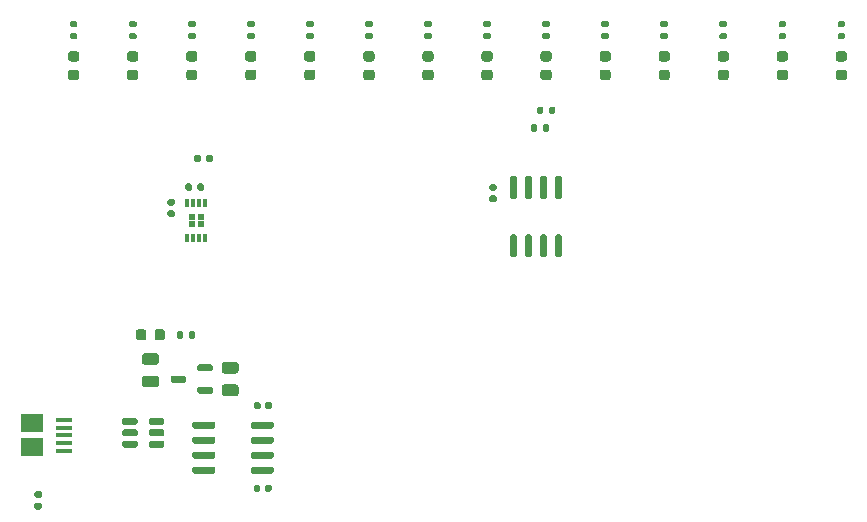
<source format=gtp>
G04 #@! TF.GenerationSoftware,KiCad,Pcbnew,7.0.8-7.0.8~ubuntu23.04.1*
G04 #@! TF.CreationDate,2023-11-21T11:50:35+00:00*
G04 #@! TF.ProjectId,baggerdails,62616767-6572-4646-9169-6c732e6b6963,rev?*
G04 #@! TF.SameCoordinates,Original*
G04 #@! TF.FileFunction,Paste,Top*
G04 #@! TF.FilePolarity,Positive*
%FSLAX46Y46*%
G04 Gerber Fmt 4.6, Leading zero omitted, Abs format (unit mm)*
G04 Created by KiCad (PCBNEW 7.0.8-7.0.8~ubuntu23.04.1) date 2023-11-21 11:50:35*
%MOMM*%
%LPD*%
G01*
G04 APERTURE LIST*
%ADD10R,0.600000X0.500000*%
%ADD11R,0.300000X0.750000*%
%ADD12R,1.350000X0.400000*%
%ADD13R,1.900000X1.500000*%
G04 APERTURE END LIST*
G36*
G01*
X111800000Y-83050000D02*
X111800000Y-83350000D01*
G75*
G02*
X111650000Y-83500000I-150000J0D01*
G01*
X110625000Y-83500000D01*
G75*
G02*
X110475000Y-83350000I0J150000D01*
G01*
X110475000Y-83050000D01*
G75*
G02*
X110625000Y-82900000I150000J0D01*
G01*
X111650000Y-82900000D01*
G75*
G02*
X111800000Y-83050000I0J-150000D01*
G01*
G37*
G36*
G01*
X111800000Y-81150000D02*
X111800000Y-81450000D01*
G75*
G02*
X111650000Y-81600000I-150000J0D01*
G01*
X110625000Y-81600000D01*
G75*
G02*
X110475000Y-81450000I0J150000D01*
G01*
X110475000Y-81150000D01*
G75*
G02*
X110625000Y-81000000I150000J0D01*
G01*
X111650000Y-81000000D01*
G75*
G02*
X111800000Y-81150000I0J-150000D01*
G01*
G37*
G36*
G01*
X109525000Y-82100000D02*
X109525000Y-82400000D01*
G75*
G02*
X109375000Y-82550000I-150000J0D01*
G01*
X108350000Y-82550000D01*
G75*
G02*
X108200000Y-82400000I0J150000D01*
G01*
X108200000Y-82100000D01*
G75*
G02*
X108350000Y-81950000I150000J0D01*
G01*
X109375000Y-81950000D01*
G75*
G02*
X109525000Y-82100000I0J-150000D01*
G01*
G37*
G36*
G01*
X96827500Y-91735000D02*
X97172500Y-91735000D01*
G75*
G02*
X97320000Y-91882500I0J-147500D01*
G01*
X97320000Y-92177500D01*
G75*
G02*
X97172500Y-92325000I-147500J0D01*
G01*
X96827500Y-92325000D01*
G75*
G02*
X96680000Y-92177500I0J147500D01*
G01*
X96680000Y-91882500D01*
G75*
G02*
X96827500Y-91735000I147500J0D01*
G01*
G37*
G36*
G01*
X96827500Y-92705000D02*
X97172500Y-92705000D01*
G75*
G02*
X97320000Y-92852500I0J-147500D01*
G01*
X97320000Y-93147500D01*
G75*
G02*
X97172500Y-93295000I-147500J0D01*
G01*
X96827500Y-93295000D01*
G75*
G02*
X96680000Y-93147500I0J147500D01*
G01*
X96680000Y-92852500D01*
G75*
G02*
X96827500Y-92705000I147500J0D01*
G01*
G37*
G36*
G01*
X120256250Y-56937500D02*
X119743750Y-56937500D01*
G75*
G02*
X119525000Y-56718750I0J218750D01*
G01*
X119525000Y-56281250D01*
G75*
G02*
X119743750Y-56062500I218750J0D01*
G01*
X120256250Y-56062500D01*
G75*
G02*
X120475000Y-56281250I0J-218750D01*
G01*
X120475000Y-56718750D01*
G75*
G02*
X120256250Y-56937500I-218750J0D01*
G01*
G37*
G36*
G01*
X120256250Y-55362500D02*
X119743750Y-55362500D01*
G75*
G02*
X119525000Y-55143750I0J218750D01*
G01*
X119525000Y-54706250D01*
G75*
G02*
X119743750Y-54487500I218750J0D01*
G01*
X120256250Y-54487500D01*
G75*
G02*
X120475000Y-54706250I0J-218750D01*
G01*
X120475000Y-55143750D01*
G75*
G02*
X120256250Y-55362500I-218750J0D01*
G01*
G37*
G36*
G01*
X160256250Y-56937500D02*
X159743750Y-56937500D01*
G75*
G02*
X159525000Y-56718750I0J218750D01*
G01*
X159525000Y-56281250D01*
G75*
G02*
X159743750Y-56062500I218750J0D01*
G01*
X160256250Y-56062500D01*
G75*
G02*
X160475000Y-56281250I0J-218750D01*
G01*
X160475000Y-56718750D01*
G75*
G02*
X160256250Y-56937500I-218750J0D01*
G01*
G37*
G36*
G01*
X160256250Y-55362500D02*
X159743750Y-55362500D01*
G75*
G02*
X159525000Y-55143750I0J218750D01*
G01*
X159525000Y-54706250D01*
G75*
G02*
X159743750Y-54487500I218750J0D01*
G01*
X160256250Y-54487500D01*
G75*
G02*
X160475000Y-54706250I0J-218750D01*
G01*
X160475000Y-55143750D01*
G75*
G02*
X160256250Y-55362500I-218750J0D01*
G01*
G37*
G36*
G01*
X108080000Y-67010000D02*
X108420000Y-67010000D01*
G75*
G02*
X108560000Y-67150000I0J-140000D01*
G01*
X108560000Y-67430000D01*
G75*
G02*
X108420000Y-67570000I-140000J0D01*
G01*
X108080000Y-67570000D01*
G75*
G02*
X107940000Y-67430000I0J140000D01*
G01*
X107940000Y-67150000D01*
G75*
G02*
X108080000Y-67010000I140000J0D01*
G01*
G37*
G36*
G01*
X108080000Y-67970000D02*
X108420000Y-67970000D01*
G75*
G02*
X108560000Y-68110000I0J-140000D01*
G01*
X108560000Y-68390000D01*
G75*
G02*
X108420000Y-68530000I-140000J0D01*
G01*
X108080000Y-68530000D01*
G75*
G02*
X107940000Y-68390000I0J140000D01*
G01*
X107940000Y-68110000D01*
G75*
G02*
X108080000Y-67970000I140000J0D01*
G01*
G37*
G36*
G01*
X138720000Y-61185000D02*
X138720000Y-60815000D01*
G75*
G02*
X138855000Y-60680000I135000J0D01*
G01*
X139125000Y-60680000D01*
G75*
G02*
X139260000Y-60815000I0J-135000D01*
G01*
X139260000Y-61185000D01*
G75*
G02*
X139125000Y-61320000I-135000J0D01*
G01*
X138855000Y-61320000D01*
G75*
G02*
X138720000Y-61185000I0J135000D01*
G01*
G37*
G36*
G01*
X139740000Y-61185000D02*
X139740000Y-60815000D01*
G75*
G02*
X139875000Y-60680000I135000J0D01*
G01*
X140145000Y-60680000D01*
G75*
G02*
X140280000Y-60815000I0J-135000D01*
G01*
X140280000Y-61185000D01*
G75*
G02*
X140145000Y-61320000I-135000J0D01*
G01*
X139875000Y-61320000D01*
G75*
G02*
X139740000Y-61185000I0J135000D01*
G01*
G37*
G36*
G01*
X149815000Y-51922500D02*
X150185000Y-51922500D01*
G75*
G02*
X150320000Y-52057500I0J-135000D01*
G01*
X150320000Y-52327500D01*
G75*
G02*
X150185000Y-52462500I-135000J0D01*
G01*
X149815000Y-52462500D01*
G75*
G02*
X149680000Y-52327500I0J135000D01*
G01*
X149680000Y-52057500D01*
G75*
G02*
X149815000Y-51922500I135000J0D01*
G01*
G37*
G36*
G01*
X149815000Y-52942500D02*
X150185000Y-52942500D01*
G75*
G02*
X150320000Y-53077500I0J-135000D01*
G01*
X150320000Y-53347500D01*
G75*
G02*
X150185000Y-53482500I-135000J0D01*
G01*
X149815000Y-53482500D01*
G75*
G02*
X149680000Y-53347500I0J135000D01*
G01*
X149680000Y-53077500D01*
G75*
G02*
X149815000Y-52942500I135000J0D01*
G01*
G37*
G36*
G01*
X100256250Y-56937500D02*
X99743750Y-56937500D01*
G75*
G02*
X99525000Y-56718750I0J218750D01*
G01*
X99525000Y-56281250D01*
G75*
G02*
X99743750Y-56062500I218750J0D01*
G01*
X100256250Y-56062500D01*
G75*
G02*
X100475000Y-56281250I0J-218750D01*
G01*
X100475000Y-56718750D01*
G75*
G02*
X100256250Y-56937500I-218750J0D01*
G01*
G37*
G36*
G01*
X100256250Y-55362500D02*
X99743750Y-55362500D01*
G75*
G02*
X99525000Y-55143750I0J218750D01*
G01*
X99525000Y-54706250D01*
G75*
G02*
X99743750Y-54487500I218750J0D01*
G01*
X100256250Y-54487500D01*
G75*
G02*
X100475000Y-54706250I0J-218750D01*
G01*
X100475000Y-55143750D01*
G75*
G02*
X100256250Y-55362500I-218750J0D01*
G01*
G37*
G36*
G01*
X113725000Y-83700000D02*
X112775000Y-83700000D01*
G75*
G02*
X112525000Y-83450000I0J250000D01*
G01*
X112525000Y-82950000D01*
G75*
G02*
X112775000Y-82700000I250000J0D01*
G01*
X113725000Y-82700000D01*
G75*
G02*
X113975000Y-82950000I0J-250000D01*
G01*
X113975000Y-83450000D01*
G75*
G02*
X113725000Y-83700000I-250000J0D01*
G01*
G37*
G36*
G01*
X113725000Y-81800000D02*
X112775000Y-81800000D01*
G75*
G02*
X112525000Y-81550000I0J250000D01*
G01*
X112525000Y-81050000D01*
G75*
G02*
X112775000Y-80800000I250000J0D01*
G01*
X113725000Y-80800000D01*
G75*
G02*
X113975000Y-81050000I0J-250000D01*
G01*
X113975000Y-81550000D01*
G75*
G02*
X113725000Y-81800000I-250000J0D01*
G01*
G37*
G36*
G01*
X144815000Y-51922500D02*
X145185000Y-51922500D01*
G75*
G02*
X145320000Y-52057500I0J-135000D01*
G01*
X145320000Y-52327500D01*
G75*
G02*
X145185000Y-52462500I-135000J0D01*
G01*
X144815000Y-52462500D01*
G75*
G02*
X144680000Y-52327500I0J135000D01*
G01*
X144680000Y-52057500D01*
G75*
G02*
X144815000Y-51922500I135000J0D01*
G01*
G37*
G36*
G01*
X144815000Y-52942500D02*
X145185000Y-52942500D01*
G75*
G02*
X145320000Y-53077500I0J-135000D01*
G01*
X145320000Y-53347500D01*
G75*
G02*
X145185000Y-53482500I-135000J0D01*
G01*
X144815000Y-53482500D01*
G75*
G02*
X144680000Y-53347500I0J135000D01*
G01*
X144680000Y-53077500D01*
G75*
G02*
X144815000Y-52942500I135000J0D01*
G01*
G37*
G36*
G01*
X159815000Y-51922500D02*
X160185000Y-51922500D01*
G75*
G02*
X160320000Y-52057500I0J-135000D01*
G01*
X160320000Y-52327500D01*
G75*
G02*
X160185000Y-52462500I-135000J0D01*
G01*
X159815000Y-52462500D01*
G75*
G02*
X159680000Y-52327500I0J135000D01*
G01*
X159680000Y-52057500D01*
G75*
G02*
X159815000Y-51922500I135000J0D01*
G01*
G37*
G36*
G01*
X159815000Y-52942500D02*
X160185000Y-52942500D01*
G75*
G02*
X160320000Y-53077500I0J-135000D01*
G01*
X160320000Y-53347500D01*
G75*
G02*
X160185000Y-53482500I-135000J0D01*
G01*
X159815000Y-53482500D01*
G75*
G02*
X159680000Y-53347500I0J135000D01*
G01*
X159680000Y-53077500D01*
G75*
G02*
X159815000Y-52942500I135000J0D01*
G01*
G37*
G36*
G01*
X116780000Y-84330000D02*
X116780000Y-84670000D01*
G75*
G02*
X116640000Y-84810000I-140000J0D01*
G01*
X116360000Y-84810000D01*
G75*
G02*
X116220000Y-84670000I0J140000D01*
G01*
X116220000Y-84330000D01*
G75*
G02*
X116360000Y-84190000I140000J0D01*
G01*
X116640000Y-84190000D01*
G75*
G02*
X116780000Y-84330000I0J-140000D01*
G01*
G37*
G36*
G01*
X115820000Y-84330000D02*
X115820000Y-84670000D01*
G75*
G02*
X115680000Y-84810000I-140000J0D01*
G01*
X115400000Y-84810000D01*
G75*
G02*
X115260000Y-84670000I0J140000D01*
G01*
X115260000Y-84330000D01*
G75*
G02*
X115400000Y-84190000I140000J0D01*
G01*
X115680000Y-84190000D01*
G75*
G02*
X115820000Y-84330000I0J-140000D01*
G01*
G37*
G36*
G01*
X135256250Y-56937500D02*
X134743750Y-56937500D01*
G75*
G02*
X134525000Y-56718750I0J218750D01*
G01*
X134525000Y-56281250D01*
G75*
G02*
X134743750Y-56062500I218750J0D01*
G01*
X135256250Y-56062500D01*
G75*
G02*
X135475000Y-56281250I0J-218750D01*
G01*
X135475000Y-56718750D01*
G75*
G02*
X135256250Y-56937500I-218750J0D01*
G01*
G37*
G36*
G01*
X135256250Y-55362500D02*
X134743750Y-55362500D01*
G75*
G02*
X134525000Y-55143750I0J218750D01*
G01*
X134525000Y-54706250D01*
G75*
G02*
X134743750Y-54487500I218750J0D01*
G01*
X135256250Y-54487500D01*
G75*
G02*
X135475000Y-54706250I0J-218750D01*
G01*
X135475000Y-55143750D01*
G75*
G02*
X135256250Y-55362500I-218750J0D01*
G01*
G37*
G36*
G01*
X154815000Y-51922500D02*
X155185000Y-51922500D01*
G75*
G02*
X155320000Y-52057500I0J-135000D01*
G01*
X155320000Y-52327500D01*
G75*
G02*
X155185000Y-52462500I-135000J0D01*
G01*
X154815000Y-52462500D01*
G75*
G02*
X154680000Y-52327500I0J135000D01*
G01*
X154680000Y-52057500D01*
G75*
G02*
X154815000Y-51922500I135000J0D01*
G01*
G37*
G36*
G01*
X154815000Y-52942500D02*
X155185000Y-52942500D01*
G75*
G02*
X155320000Y-53077500I0J-135000D01*
G01*
X155320000Y-53347500D01*
G75*
G02*
X155185000Y-53482500I-135000J0D01*
G01*
X154815000Y-53482500D01*
G75*
G02*
X154680000Y-53347500I0J135000D01*
G01*
X154680000Y-53077500D01*
G75*
G02*
X154815000Y-52942500I135000J0D01*
G01*
G37*
G36*
G01*
X106975000Y-82950000D02*
X106025000Y-82950000D01*
G75*
G02*
X105775000Y-82700000I0J250000D01*
G01*
X105775000Y-82200000D01*
G75*
G02*
X106025000Y-81950000I250000J0D01*
G01*
X106975000Y-81950000D01*
G75*
G02*
X107225000Y-82200000I0J-250000D01*
G01*
X107225000Y-82700000D01*
G75*
G02*
X106975000Y-82950000I-250000J0D01*
G01*
G37*
G36*
G01*
X106975000Y-81050000D02*
X106025000Y-81050000D01*
G75*
G02*
X105775000Y-80800000I0J250000D01*
G01*
X105775000Y-80300000D01*
G75*
G02*
X106025000Y-80050000I250000J0D01*
G01*
X106975000Y-80050000D01*
G75*
G02*
X107225000Y-80300000I0J-250000D01*
G01*
X107225000Y-80800000D01*
G75*
G02*
X106975000Y-81050000I-250000J0D01*
G01*
G37*
G36*
G01*
X104815000Y-51922500D02*
X105185000Y-51922500D01*
G75*
G02*
X105320000Y-52057500I0J-135000D01*
G01*
X105320000Y-52327500D01*
G75*
G02*
X105185000Y-52462500I-135000J0D01*
G01*
X104815000Y-52462500D01*
G75*
G02*
X104680000Y-52327500I0J135000D01*
G01*
X104680000Y-52057500D01*
G75*
G02*
X104815000Y-51922500I135000J0D01*
G01*
G37*
G36*
G01*
X104815000Y-52942500D02*
X105185000Y-52942500D01*
G75*
G02*
X105320000Y-53077500I0J-135000D01*
G01*
X105320000Y-53347500D01*
G75*
G02*
X105185000Y-53482500I-135000J0D01*
G01*
X104815000Y-53482500D01*
G75*
G02*
X104680000Y-53347500I0J135000D01*
G01*
X104680000Y-53077500D01*
G75*
G02*
X104815000Y-52942500I135000J0D01*
G01*
G37*
G36*
G01*
X135330000Y-65740000D02*
X135670000Y-65740000D01*
G75*
G02*
X135810000Y-65880000I0J-140000D01*
G01*
X135810000Y-66160000D01*
G75*
G02*
X135670000Y-66300000I-140000J0D01*
G01*
X135330000Y-66300000D01*
G75*
G02*
X135190000Y-66160000I0J140000D01*
G01*
X135190000Y-65880000D01*
G75*
G02*
X135330000Y-65740000I140000J0D01*
G01*
G37*
G36*
G01*
X135330000Y-66700000D02*
X135670000Y-66700000D01*
G75*
G02*
X135810000Y-66840000I0J-140000D01*
G01*
X135810000Y-67120000D01*
G75*
G02*
X135670000Y-67260000I-140000J0D01*
G01*
X135330000Y-67260000D01*
G75*
G02*
X135190000Y-67120000I0J140000D01*
G01*
X135190000Y-66840000D01*
G75*
G02*
X135330000Y-66700000I140000J0D01*
G01*
G37*
G36*
G01*
X125256250Y-56937500D02*
X124743750Y-56937500D01*
G75*
G02*
X124525000Y-56718750I0J218750D01*
G01*
X124525000Y-56281250D01*
G75*
G02*
X124743750Y-56062500I218750J0D01*
G01*
X125256250Y-56062500D01*
G75*
G02*
X125475000Y-56281250I0J-218750D01*
G01*
X125475000Y-56718750D01*
G75*
G02*
X125256250Y-56937500I-218750J0D01*
G01*
G37*
G36*
G01*
X125256250Y-55362500D02*
X124743750Y-55362500D01*
G75*
G02*
X124525000Y-55143750I0J218750D01*
G01*
X124525000Y-54706250D01*
G75*
G02*
X124743750Y-54487500I218750J0D01*
G01*
X125256250Y-54487500D01*
G75*
G02*
X125475000Y-54706250I0J-218750D01*
G01*
X125475000Y-55143750D01*
G75*
G02*
X125256250Y-55362500I-218750J0D01*
G01*
G37*
G36*
G01*
X110220000Y-63755000D02*
X110220000Y-63385000D01*
G75*
G02*
X110355000Y-63250000I135000J0D01*
G01*
X110625000Y-63250000D01*
G75*
G02*
X110760000Y-63385000I0J-135000D01*
G01*
X110760000Y-63755000D01*
G75*
G02*
X110625000Y-63890000I-135000J0D01*
G01*
X110355000Y-63890000D01*
G75*
G02*
X110220000Y-63755000I0J135000D01*
G01*
G37*
G36*
G01*
X111240000Y-63755000D02*
X111240000Y-63385000D01*
G75*
G02*
X111375000Y-63250000I135000J0D01*
G01*
X111645000Y-63250000D01*
G75*
G02*
X111780000Y-63385000I0J-135000D01*
G01*
X111780000Y-63755000D01*
G75*
G02*
X111645000Y-63890000I-135000J0D01*
G01*
X111375000Y-63890000D01*
G75*
G02*
X111240000Y-63755000I0J135000D01*
G01*
G37*
G36*
G01*
X114815000Y-51922500D02*
X115185000Y-51922500D01*
G75*
G02*
X115320000Y-52057500I0J-135000D01*
G01*
X115320000Y-52327500D01*
G75*
G02*
X115185000Y-52462500I-135000J0D01*
G01*
X114815000Y-52462500D01*
G75*
G02*
X114680000Y-52327500I0J135000D01*
G01*
X114680000Y-52057500D01*
G75*
G02*
X114815000Y-51922500I135000J0D01*
G01*
G37*
G36*
G01*
X114815000Y-52942500D02*
X115185000Y-52942500D01*
G75*
G02*
X115320000Y-53077500I0J-135000D01*
G01*
X115320000Y-53347500D01*
G75*
G02*
X115185000Y-53482500I-135000J0D01*
G01*
X114815000Y-53482500D01*
G75*
G02*
X114680000Y-53347500I0J135000D01*
G01*
X114680000Y-53077500D01*
G75*
G02*
X114815000Y-52942500I135000J0D01*
G01*
G37*
G36*
G01*
X116760000Y-91330000D02*
X116760000Y-91670000D01*
G75*
G02*
X116620000Y-91810000I-140000J0D01*
G01*
X116340000Y-91810000D01*
G75*
G02*
X116200000Y-91670000I0J140000D01*
G01*
X116200000Y-91330000D01*
G75*
G02*
X116340000Y-91190000I140000J0D01*
G01*
X116620000Y-91190000D01*
G75*
G02*
X116760000Y-91330000I0J-140000D01*
G01*
G37*
G36*
G01*
X115800000Y-91330000D02*
X115800000Y-91670000D01*
G75*
G02*
X115660000Y-91810000I-140000J0D01*
G01*
X115380000Y-91810000D01*
G75*
G02*
X115240000Y-91670000I0J140000D01*
G01*
X115240000Y-91330000D01*
G75*
G02*
X115380000Y-91190000I140000J0D01*
G01*
X115660000Y-91190000D01*
G75*
G02*
X115800000Y-91330000I0J-140000D01*
G01*
G37*
G36*
G01*
X130256250Y-56937500D02*
X129743750Y-56937500D01*
G75*
G02*
X129525000Y-56718750I0J218750D01*
G01*
X129525000Y-56281250D01*
G75*
G02*
X129743750Y-56062500I218750J0D01*
G01*
X130256250Y-56062500D01*
G75*
G02*
X130475000Y-56281250I0J-218750D01*
G01*
X130475000Y-56718750D01*
G75*
G02*
X130256250Y-56937500I-218750J0D01*
G01*
G37*
G36*
G01*
X130256250Y-55362500D02*
X129743750Y-55362500D01*
G75*
G02*
X129525000Y-55143750I0J218750D01*
G01*
X129525000Y-54706250D01*
G75*
G02*
X129743750Y-54487500I218750J0D01*
G01*
X130256250Y-54487500D01*
G75*
G02*
X130475000Y-54706250I0J-218750D01*
G01*
X130475000Y-55143750D01*
G75*
G02*
X130256250Y-55362500I-218750J0D01*
G01*
G37*
G36*
G01*
X109460000Y-66185000D02*
X109460000Y-65815000D01*
G75*
G02*
X109595000Y-65680000I135000J0D01*
G01*
X109865000Y-65680000D01*
G75*
G02*
X110000000Y-65815000I0J-135000D01*
G01*
X110000000Y-66185000D01*
G75*
G02*
X109865000Y-66320000I-135000J0D01*
G01*
X109595000Y-66320000D01*
G75*
G02*
X109460000Y-66185000I0J135000D01*
G01*
G37*
G36*
G01*
X110480000Y-66185000D02*
X110480000Y-65815000D01*
G75*
G02*
X110615000Y-65680000I135000J0D01*
G01*
X110885000Y-65680000D01*
G75*
G02*
X111020000Y-65815000I0J-135000D01*
G01*
X111020000Y-66185000D01*
G75*
G02*
X110885000Y-66320000I-135000J0D01*
G01*
X110615000Y-66320000D01*
G75*
G02*
X110480000Y-66185000I0J135000D01*
G01*
G37*
G36*
G01*
X165256250Y-56937500D02*
X164743750Y-56937500D01*
G75*
G02*
X164525000Y-56718750I0J218750D01*
G01*
X164525000Y-56281250D01*
G75*
G02*
X164743750Y-56062500I218750J0D01*
G01*
X165256250Y-56062500D01*
G75*
G02*
X165475000Y-56281250I0J-218750D01*
G01*
X165475000Y-56718750D01*
G75*
G02*
X165256250Y-56937500I-218750J0D01*
G01*
G37*
G36*
G01*
X165256250Y-55362500D02*
X164743750Y-55362500D01*
G75*
G02*
X164525000Y-55143750I0J218750D01*
G01*
X164525000Y-54706250D01*
G75*
G02*
X164743750Y-54487500I218750J0D01*
G01*
X165256250Y-54487500D01*
G75*
G02*
X165475000Y-54706250I0J-218750D01*
G01*
X165475000Y-55143750D01*
G75*
G02*
X165256250Y-55362500I-218750J0D01*
G01*
G37*
G36*
G01*
X110290000Y-78315000D02*
X110290000Y-78685000D01*
G75*
G02*
X110155000Y-78820000I-135000J0D01*
G01*
X109885000Y-78820000D01*
G75*
G02*
X109750000Y-78685000I0J135000D01*
G01*
X109750000Y-78315000D01*
G75*
G02*
X109885000Y-78180000I135000J0D01*
G01*
X110155000Y-78180000D01*
G75*
G02*
X110290000Y-78315000I0J-135000D01*
G01*
G37*
G36*
G01*
X109270000Y-78315000D02*
X109270000Y-78685000D01*
G75*
G02*
X109135000Y-78820000I-135000J0D01*
G01*
X108865000Y-78820000D01*
G75*
G02*
X108730000Y-78685000I0J135000D01*
G01*
X108730000Y-78315000D01*
G75*
G02*
X108865000Y-78180000I135000J0D01*
G01*
X109135000Y-78180000D01*
G75*
G02*
X109270000Y-78315000I0J-135000D01*
G01*
G37*
G36*
G01*
X139220000Y-59685000D02*
X139220000Y-59315000D01*
G75*
G02*
X139355000Y-59180000I135000J0D01*
G01*
X139625000Y-59180000D01*
G75*
G02*
X139760000Y-59315000I0J-135000D01*
G01*
X139760000Y-59685000D01*
G75*
G02*
X139625000Y-59820000I-135000J0D01*
G01*
X139355000Y-59820000D01*
G75*
G02*
X139220000Y-59685000I0J135000D01*
G01*
G37*
G36*
G01*
X140240000Y-59685000D02*
X140240000Y-59315000D01*
G75*
G02*
X140375000Y-59180000I135000J0D01*
G01*
X140645000Y-59180000D01*
G75*
G02*
X140780000Y-59315000I0J-135000D01*
G01*
X140780000Y-59685000D01*
G75*
G02*
X140645000Y-59820000I-135000J0D01*
G01*
X140375000Y-59820000D01*
G75*
G02*
X140240000Y-59685000I0J135000D01*
G01*
G37*
G36*
G01*
X110256250Y-56937500D02*
X109743750Y-56937500D01*
G75*
G02*
X109525000Y-56718750I0J218750D01*
G01*
X109525000Y-56281250D01*
G75*
G02*
X109743750Y-56062500I218750J0D01*
G01*
X110256250Y-56062500D01*
G75*
G02*
X110475000Y-56281250I0J-218750D01*
G01*
X110475000Y-56718750D01*
G75*
G02*
X110256250Y-56937500I-218750J0D01*
G01*
G37*
G36*
G01*
X110256250Y-55362500D02*
X109743750Y-55362500D01*
G75*
G02*
X109525000Y-55143750I0J218750D01*
G01*
X109525000Y-54706250D01*
G75*
G02*
X109743750Y-54487500I218750J0D01*
G01*
X110256250Y-54487500D01*
G75*
G02*
X110475000Y-54706250I0J-218750D01*
G01*
X110475000Y-55143750D01*
G75*
G02*
X110256250Y-55362500I-218750J0D01*
G01*
G37*
G36*
G01*
X150256250Y-56937500D02*
X149743750Y-56937500D01*
G75*
G02*
X149525000Y-56718750I0J218750D01*
G01*
X149525000Y-56281250D01*
G75*
G02*
X149743750Y-56062500I218750J0D01*
G01*
X150256250Y-56062500D01*
G75*
G02*
X150475000Y-56281250I0J-218750D01*
G01*
X150475000Y-56718750D01*
G75*
G02*
X150256250Y-56937500I-218750J0D01*
G01*
G37*
G36*
G01*
X150256250Y-55362500D02*
X149743750Y-55362500D01*
G75*
G02*
X149525000Y-55143750I0J218750D01*
G01*
X149525000Y-54706250D01*
G75*
G02*
X149743750Y-54487500I218750J0D01*
G01*
X150256250Y-54487500D01*
G75*
G02*
X150475000Y-54706250I0J-218750D01*
G01*
X150475000Y-55143750D01*
G75*
G02*
X150256250Y-55362500I-218750J0D01*
G01*
G37*
G36*
G01*
X164815000Y-51922500D02*
X165185000Y-51922500D01*
G75*
G02*
X165320000Y-52057500I0J-135000D01*
G01*
X165320000Y-52327500D01*
G75*
G02*
X165185000Y-52462500I-135000J0D01*
G01*
X164815000Y-52462500D01*
G75*
G02*
X164680000Y-52327500I0J135000D01*
G01*
X164680000Y-52057500D01*
G75*
G02*
X164815000Y-51922500I135000J0D01*
G01*
G37*
G36*
G01*
X164815000Y-52942500D02*
X165185000Y-52942500D01*
G75*
G02*
X165320000Y-53077500I0J-135000D01*
G01*
X165320000Y-53347500D01*
G75*
G02*
X165185000Y-53482500I-135000J0D01*
G01*
X164815000Y-53482500D01*
G75*
G02*
X164680000Y-53347500I0J135000D01*
G01*
X164680000Y-53077500D01*
G75*
G02*
X164815000Y-52942500I135000J0D01*
G01*
G37*
G36*
G01*
X140256250Y-56937500D02*
X139743750Y-56937500D01*
G75*
G02*
X139525000Y-56718750I0J218750D01*
G01*
X139525000Y-56281250D01*
G75*
G02*
X139743750Y-56062500I218750J0D01*
G01*
X140256250Y-56062500D01*
G75*
G02*
X140475000Y-56281250I0J-218750D01*
G01*
X140475000Y-56718750D01*
G75*
G02*
X140256250Y-56937500I-218750J0D01*
G01*
G37*
G36*
G01*
X140256250Y-55362500D02*
X139743750Y-55362500D01*
G75*
G02*
X139525000Y-55143750I0J218750D01*
G01*
X139525000Y-54706250D01*
G75*
G02*
X139743750Y-54487500I218750J0D01*
G01*
X140256250Y-54487500D01*
G75*
G02*
X140475000Y-54706250I0J-218750D01*
G01*
X140475000Y-55143750D01*
G75*
G02*
X140256250Y-55362500I-218750J0D01*
G01*
G37*
G36*
G01*
X134815000Y-51922500D02*
X135185000Y-51922500D01*
G75*
G02*
X135320000Y-52057500I0J-135000D01*
G01*
X135320000Y-52327500D01*
G75*
G02*
X135185000Y-52462500I-135000J0D01*
G01*
X134815000Y-52462500D01*
G75*
G02*
X134680000Y-52327500I0J135000D01*
G01*
X134680000Y-52057500D01*
G75*
G02*
X134815000Y-51922500I135000J0D01*
G01*
G37*
G36*
G01*
X134815000Y-52942500D02*
X135185000Y-52942500D01*
G75*
G02*
X135320000Y-53077500I0J-135000D01*
G01*
X135320000Y-53347500D01*
G75*
G02*
X135185000Y-53482500I-135000J0D01*
G01*
X134815000Y-53482500D01*
G75*
G02*
X134680000Y-53347500I0J135000D01*
G01*
X134680000Y-53077500D01*
G75*
G02*
X134815000Y-52942500I135000J0D01*
G01*
G37*
D10*
X110000000Y-69150000D03*
X110750000Y-69150000D03*
X110000000Y-68500000D03*
X110750000Y-68500000D03*
D11*
X109625000Y-70275000D03*
X110125000Y-70275000D03*
X110625000Y-70275000D03*
X111125000Y-70275000D03*
X111125000Y-67375000D03*
X110625000Y-67375000D03*
X110125000Y-67375000D03*
X109625000Y-67375000D03*
G36*
G01*
X105256250Y-56937500D02*
X104743750Y-56937500D01*
G75*
G02*
X104525000Y-56718750I0J218750D01*
G01*
X104525000Y-56281250D01*
G75*
G02*
X104743750Y-56062500I218750J0D01*
G01*
X105256250Y-56062500D01*
G75*
G02*
X105475000Y-56281250I0J-218750D01*
G01*
X105475000Y-56718750D01*
G75*
G02*
X105256250Y-56937500I-218750J0D01*
G01*
G37*
G36*
G01*
X105256250Y-55362500D02*
X104743750Y-55362500D01*
G75*
G02*
X104525000Y-55143750I0J218750D01*
G01*
X104525000Y-54706250D01*
G75*
G02*
X104743750Y-54487500I218750J0D01*
G01*
X105256250Y-54487500D01*
G75*
G02*
X105475000Y-54706250I0J-218750D01*
G01*
X105475000Y-55143750D01*
G75*
G02*
X105256250Y-55362500I-218750J0D01*
G01*
G37*
G36*
G01*
X155256250Y-56937500D02*
X154743750Y-56937500D01*
G75*
G02*
X154525000Y-56718750I0J218750D01*
G01*
X154525000Y-56281250D01*
G75*
G02*
X154743750Y-56062500I218750J0D01*
G01*
X155256250Y-56062500D01*
G75*
G02*
X155475000Y-56281250I0J-218750D01*
G01*
X155475000Y-56718750D01*
G75*
G02*
X155256250Y-56937500I-218750J0D01*
G01*
G37*
G36*
G01*
X155256250Y-55362500D02*
X154743750Y-55362500D01*
G75*
G02*
X154525000Y-55143750I0J218750D01*
G01*
X154525000Y-54706250D01*
G75*
G02*
X154743750Y-54487500I218750J0D01*
G01*
X155256250Y-54487500D01*
G75*
G02*
X155475000Y-54706250I0J-218750D01*
G01*
X155475000Y-55143750D01*
G75*
G02*
X155256250Y-55362500I-218750J0D01*
G01*
G37*
G36*
G01*
X110050000Y-86295000D02*
X110050000Y-85995000D01*
G75*
G02*
X110200000Y-85845000I150000J0D01*
G01*
X111850000Y-85845000D01*
G75*
G02*
X112000000Y-85995000I0J-150000D01*
G01*
X112000000Y-86295000D01*
G75*
G02*
X111850000Y-86445000I-150000J0D01*
G01*
X110200000Y-86445000D01*
G75*
G02*
X110050000Y-86295000I0J150000D01*
G01*
G37*
G36*
G01*
X110050000Y-87565000D02*
X110050000Y-87265000D01*
G75*
G02*
X110200000Y-87115000I150000J0D01*
G01*
X111850000Y-87115000D01*
G75*
G02*
X112000000Y-87265000I0J-150000D01*
G01*
X112000000Y-87565000D01*
G75*
G02*
X111850000Y-87715000I-150000J0D01*
G01*
X110200000Y-87715000D01*
G75*
G02*
X110050000Y-87565000I0J150000D01*
G01*
G37*
G36*
G01*
X110050000Y-88835000D02*
X110050000Y-88535000D01*
G75*
G02*
X110200000Y-88385000I150000J0D01*
G01*
X111850000Y-88385000D01*
G75*
G02*
X112000000Y-88535000I0J-150000D01*
G01*
X112000000Y-88835000D01*
G75*
G02*
X111850000Y-88985000I-150000J0D01*
G01*
X110200000Y-88985000D01*
G75*
G02*
X110050000Y-88835000I0J150000D01*
G01*
G37*
G36*
G01*
X110050000Y-90105000D02*
X110050000Y-89805000D01*
G75*
G02*
X110200000Y-89655000I150000J0D01*
G01*
X111850000Y-89655000D01*
G75*
G02*
X112000000Y-89805000I0J-150000D01*
G01*
X112000000Y-90105000D01*
G75*
G02*
X111850000Y-90255000I-150000J0D01*
G01*
X110200000Y-90255000D01*
G75*
G02*
X110050000Y-90105000I0J150000D01*
G01*
G37*
G36*
G01*
X115000000Y-90105000D02*
X115000000Y-89805000D01*
G75*
G02*
X115150000Y-89655000I150000J0D01*
G01*
X116800000Y-89655000D01*
G75*
G02*
X116950000Y-89805000I0J-150000D01*
G01*
X116950000Y-90105000D01*
G75*
G02*
X116800000Y-90255000I-150000J0D01*
G01*
X115150000Y-90255000D01*
G75*
G02*
X115000000Y-90105000I0J150000D01*
G01*
G37*
G36*
G01*
X115000000Y-88835000D02*
X115000000Y-88535000D01*
G75*
G02*
X115150000Y-88385000I150000J0D01*
G01*
X116800000Y-88385000D01*
G75*
G02*
X116950000Y-88535000I0J-150000D01*
G01*
X116950000Y-88835000D01*
G75*
G02*
X116800000Y-88985000I-150000J0D01*
G01*
X115150000Y-88985000D01*
G75*
G02*
X115000000Y-88835000I0J150000D01*
G01*
G37*
G36*
G01*
X115000000Y-87565000D02*
X115000000Y-87265000D01*
G75*
G02*
X115150000Y-87115000I150000J0D01*
G01*
X116800000Y-87115000D01*
G75*
G02*
X116950000Y-87265000I0J-150000D01*
G01*
X116950000Y-87565000D01*
G75*
G02*
X116800000Y-87715000I-150000J0D01*
G01*
X115150000Y-87715000D01*
G75*
G02*
X115000000Y-87565000I0J150000D01*
G01*
G37*
G36*
G01*
X115000000Y-86295000D02*
X115000000Y-85995000D01*
G75*
G02*
X115150000Y-85845000I150000J0D01*
G01*
X116800000Y-85845000D01*
G75*
G02*
X116950000Y-85995000I0J-150000D01*
G01*
X116950000Y-86295000D01*
G75*
G02*
X116800000Y-86445000I-150000J0D01*
G01*
X115150000Y-86445000D01*
G75*
G02*
X115000000Y-86295000I0J150000D01*
G01*
G37*
G36*
G01*
X129815000Y-51922500D02*
X130185000Y-51922500D01*
G75*
G02*
X130320000Y-52057500I0J-135000D01*
G01*
X130320000Y-52327500D01*
G75*
G02*
X130185000Y-52462500I-135000J0D01*
G01*
X129815000Y-52462500D01*
G75*
G02*
X129680000Y-52327500I0J135000D01*
G01*
X129680000Y-52057500D01*
G75*
G02*
X129815000Y-51922500I135000J0D01*
G01*
G37*
G36*
G01*
X129815000Y-52942500D02*
X130185000Y-52942500D01*
G75*
G02*
X130320000Y-53077500I0J-135000D01*
G01*
X130320000Y-53347500D01*
G75*
G02*
X130185000Y-53482500I-135000J0D01*
G01*
X129815000Y-53482500D01*
G75*
G02*
X129680000Y-53347500I0J135000D01*
G01*
X129680000Y-53077500D01*
G75*
G02*
X129815000Y-52942500I135000J0D01*
G01*
G37*
G36*
G01*
X107687500Y-87600000D02*
X107687500Y-87900000D01*
G75*
G02*
X107537500Y-88050000I-150000J0D01*
G01*
X106512500Y-88050000D01*
G75*
G02*
X106362500Y-87900000I0J150000D01*
G01*
X106362500Y-87600000D01*
G75*
G02*
X106512500Y-87450000I150000J0D01*
G01*
X107537500Y-87450000D01*
G75*
G02*
X107687500Y-87600000I0J-150000D01*
G01*
G37*
G36*
G01*
X107687500Y-86650000D02*
X107687500Y-86950000D01*
G75*
G02*
X107537500Y-87100000I-150000J0D01*
G01*
X106512500Y-87100000D01*
G75*
G02*
X106362500Y-86950000I0J150000D01*
G01*
X106362500Y-86650000D01*
G75*
G02*
X106512500Y-86500000I150000J0D01*
G01*
X107537500Y-86500000D01*
G75*
G02*
X107687500Y-86650000I0J-150000D01*
G01*
G37*
G36*
G01*
X107687500Y-85700000D02*
X107687500Y-86000000D01*
G75*
G02*
X107537500Y-86150000I-150000J0D01*
G01*
X106512500Y-86150000D01*
G75*
G02*
X106362500Y-86000000I0J150000D01*
G01*
X106362500Y-85700000D01*
G75*
G02*
X106512500Y-85550000I150000J0D01*
G01*
X107537500Y-85550000D01*
G75*
G02*
X107687500Y-85700000I0J-150000D01*
G01*
G37*
G36*
G01*
X105412500Y-85700000D02*
X105412500Y-86000000D01*
G75*
G02*
X105262500Y-86150000I-150000J0D01*
G01*
X104237500Y-86150000D01*
G75*
G02*
X104087500Y-86000000I0J150000D01*
G01*
X104087500Y-85700000D01*
G75*
G02*
X104237500Y-85550000I150000J0D01*
G01*
X105262500Y-85550000D01*
G75*
G02*
X105412500Y-85700000I0J-150000D01*
G01*
G37*
G36*
G01*
X105412500Y-86650000D02*
X105412500Y-86950000D01*
G75*
G02*
X105262500Y-87100000I-150000J0D01*
G01*
X104237500Y-87100000D01*
G75*
G02*
X104087500Y-86950000I0J150000D01*
G01*
X104087500Y-86650000D01*
G75*
G02*
X104237500Y-86500000I150000J0D01*
G01*
X105262500Y-86500000D01*
G75*
G02*
X105412500Y-86650000I0J-150000D01*
G01*
G37*
G36*
G01*
X105412500Y-87600000D02*
X105412500Y-87900000D01*
G75*
G02*
X105262500Y-88050000I-150000J0D01*
G01*
X104237500Y-88050000D01*
G75*
G02*
X104087500Y-87900000I0J150000D01*
G01*
X104087500Y-87600000D01*
G75*
G02*
X104237500Y-87450000I150000J0D01*
G01*
X105262500Y-87450000D01*
G75*
G02*
X105412500Y-87600000I0J-150000D01*
G01*
G37*
G36*
G01*
X137380000Y-71950000D02*
X137080000Y-71950000D01*
G75*
G02*
X136930000Y-71800000I0J150000D01*
G01*
X136930000Y-70150000D01*
G75*
G02*
X137080000Y-70000000I150000J0D01*
G01*
X137380000Y-70000000D01*
G75*
G02*
X137530000Y-70150000I0J-150000D01*
G01*
X137530000Y-71800000D01*
G75*
G02*
X137380000Y-71950000I-150000J0D01*
G01*
G37*
G36*
G01*
X138650000Y-71950000D02*
X138350000Y-71950000D01*
G75*
G02*
X138200000Y-71800000I0J150000D01*
G01*
X138200000Y-70150000D01*
G75*
G02*
X138350000Y-70000000I150000J0D01*
G01*
X138650000Y-70000000D01*
G75*
G02*
X138800000Y-70150000I0J-150000D01*
G01*
X138800000Y-71800000D01*
G75*
G02*
X138650000Y-71950000I-150000J0D01*
G01*
G37*
G36*
G01*
X139920000Y-71950000D02*
X139620000Y-71950000D01*
G75*
G02*
X139470000Y-71800000I0J150000D01*
G01*
X139470000Y-70150000D01*
G75*
G02*
X139620000Y-70000000I150000J0D01*
G01*
X139920000Y-70000000D01*
G75*
G02*
X140070000Y-70150000I0J-150000D01*
G01*
X140070000Y-71800000D01*
G75*
G02*
X139920000Y-71950000I-150000J0D01*
G01*
G37*
G36*
G01*
X141190000Y-71950000D02*
X140890000Y-71950000D01*
G75*
G02*
X140740000Y-71800000I0J150000D01*
G01*
X140740000Y-70150000D01*
G75*
G02*
X140890000Y-70000000I150000J0D01*
G01*
X141190000Y-70000000D01*
G75*
G02*
X141340000Y-70150000I0J-150000D01*
G01*
X141340000Y-71800000D01*
G75*
G02*
X141190000Y-71950000I-150000J0D01*
G01*
G37*
G36*
G01*
X141190000Y-67000000D02*
X140890000Y-67000000D01*
G75*
G02*
X140740000Y-66850000I0J150000D01*
G01*
X140740000Y-65200000D01*
G75*
G02*
X140890000Y-65050000I150000J0D01*
G01*
X141190000Y-65050000D01*
G75*
G02*
X141340000Y-65200000I0J-150000D01*
G01*
X141340000Y-66850000D01*
G75*
G02*
X141190000Y-67000000I-150000J0D01*
G01*
G37*
G36*
G01*
X139920000Y-67000000D02*
X139620000Y-67000000D01*
G75*
G02*
X139470000Y-66850000I0J150000D01*
G01*
X139470000Y-65200000D01*
G75*
G02*
X139620000Y-65050000I150000J0D01*
G01*
X139920000Y-65050000D01*
G75*
G02*
X140070000Y-65200000I0J-150000D01*
G01*
X140070000Y-66850000D01*
G75*
G02*
X139920000Y-67000000I-150000J0D01*
G01*
G37*
G36*
G01*
X138650000Y-67000000D02*
X138350000Y-67000000D01*
G75*
G02*
X138200000Y-66850000I0J150000D01*
G01*
X138200000Y-65200000D01*
G75*
G02*
X138350000Y-65050000I150000J0D01*
G01*
X138650000Y-65050000D01*
G75*
G02*
X138800000Y-65200000I0J-150000D01*
G01*
X138800000Y-66850000D01*
G75*
G02*
X138650000Y-67000000I-150000J0D01*
G01*
G37*
G36*
G01*
X137380000Y-67000000D02*
X137080000Y-67000000D01*
G75*
G02*
X136930000Y-66850000I0J150000D01*
G01*
X136930000Y-65200000D01*
G75*
G02*
X137080000Y-65050000I150000J0D01*
G01*
X137380000Y-65050000D01*
G75*
G02*
X137530000Y-65200000I0J-150000D01*
G01*
X137530000Y-66850000D01*
G75*
G02*
X137380000Y-67000000I-150000J0D01*
G01*
G37*
G36*
G01*
X105275000Y-78756250D02*
X105275000Y-78243750D01*
G75*
G02*
X105493750Y-78025000I218750J0D01*
G01*
X105931250Y-78025000D01*
G75*
G02*
X106150000Y-78243750I0J-218750D01*
G01*
X106150000Y-78756250D01*
G75*
G02*
X105931250Y-78975000I-218750J0D01*
G01*
X105493750Y-78975000D01*
G75*
G02*
X105275000Y-78756250I0J218750D01*
G01*
G37*
G36*
G01*
X106850000Y-78756250D02*
X106850000Y-78243750D01*
G75*
G02*
X107068750Y-78025000I218750J0D01*
G01*
X107506250Y-78025000D01*
G75*
G02*
X107725000Y-78243750I0J-218750D01*
G01*
X107725000Y-78756250D01*
G75*
G02*
X107506250Y-78975000I-218750J0D01*
G01*
X107068750Y-78975000D01*
G75*
G02*
X106850000Y-78756250I0J218750D01*
G01*
G37*
G36*
G01*
X109815000Y-51922500D02*
X110185000Y-51922500D01*
G75*
G02*
X110320000Y-52057500I0J-135000D01*
G01*
X110320000Y-52327500D01*
G75*
G02*
X110185000Y-52462500I-135000J0D01*
G01*
X109815000Y-52462500D01*
G75*
G02*
X109680000Y-52327500I0J135000D01*
G01*
X109680000Y-52057500D01*
G75*
G02*
X109815000Y-51922500I135000J0D01*
G01*
G37*
G36*
G01*
X109815000Y-52942500D02*
X110185000Y-52942500D01*
G75*
G02*
X110320000Y-53077500I0J-135000D01*
G01*
X110320000Y-53347500D01*
G75*
G02*
X110185000Y-53482500I-135000J0D01*
G01*
X109815000Y-53482500D01*
G75*
G02*
X109680000Y-53347500I0J135000D01*
G01*
X109680000Y-53077500D01*
G75*
G02*
X109815000Y-52942500I135000J0D01*
G01*
G37*
D12*
X99162500Y-85700000D03*
X99162500Y-86350000D03*
X99162500Y-87000000D03*
X99162500Y-87650000D03*
X99162500Y-88300000D03*
D13*
X96462500Y-86000000D03*
X96462500Y-88000000D03*
G36*
G01*
X139815000Y-51922500D02*
X140185000Y-51922500D01*
G75*
G02*
X140320000Y-52057500I0J-135000D01*
G01*
X140320000Y-52327500D01*
G75*
G02*
X140185000Y-52462500I-135000J0D01*
G01*
X139815000Y-52462500D01*
G75*
G02*
X139680000Y-52327500I0J135000D01*
G01*
X139680000Y-52057500D01*
G75*
G02*
X139815000Y-51922500I135000J0D01*
G01*
G37*
G36*
G01*
X139815000Y-52942500D02*
X140185000Y-52942500D01*
G75*
G02*
X140320000Y-53077500I0J-135000D01*
G01*
X140320000Y-53347500D01*
G75*
G02*
X140185000Y-53482500I-135000J0D01*
G01*
X139815000Y-53482500D01*
G75*
G02*
X139680000Y-53347500I0J135000D01*
G01*
X139680000Y-53077500D01*
G75*
G02*
X139815000Y-52942500I135000J0D01*
G01*
G37*
G36*
G01*
X119815000Y-51922500D02*
X120185000Y-51922500D01*
G75*
G02*
X120320000Y-52057500I0J-135000D01*
G01*
X120320000Y-52327500D01*
G75*
G02*
X120185000Y-52462500I-135000J0D01*
G01*
X119815000Y-52462500D01*
G75*
G02*
X119680000Y-52327500I0J135000D01*
G01*
X119680000Y-52057500D01*
G75*
G02*
X119815000Y-51922500I135000J0D01*
G01*
G37*
G36*
G01*
X119815000Y-52942500D02*
X120185000Y-52942500D01*
G75*
G02*
X120320000Y-53077500I0J-135000D01*
G01*
X120320000Y-53347500D01*
G75*
G02*
X120185000Y-53482500I-135000J0D01*
G01*
X119815000Y-53482500D01*
G75*
G02*
X119680000Y-53347500I0J135000D01*
G01*
X119680000Y-53077500D01*
G75*
G02*
X119815000Y-52942500I135000J0D01*
G01*
G37*
G36*
G01*
X145256250Y-56937500D02*
X144743750Y-56937500D01*
G75*
G02*
X144525000Y-56718750I0J218750D01*
G01*
X144525000Y-56281250D01*
G75*
G02*
X144743750Y-56062500I218750J0D01*
G01*
X145256250Y-56062500D01*
G75*
G02*
X145475000Y-56281250I0J-218750D01*
G01*
X145475000Y-56718750D01*
G75*
G02*
X145256250Y-56937500I-218750J0D01*
G01*
G37*
G36*
G01*
X145256250Y-55362500D02*
X144743750Y-55362500D01*
G75*
G02*
X144525000Y-55143750I0J218750D01*
G01*
X144525000Y-54706250D01*
G75*
G02*
X144743750Y-54487500I218750J0D01*
G01*
X145256250Y-54487500D01*
G75*
G02*
X145475000Y-54706250I0J-218750D01*
G01*
X145475000Y-55143750D01*
G75*
G02*
X145256250Y-55362500I-218750J0D01*
G01*
G37*
G36*
G01*
X124815000Y-51922500D02*
X125185000Y-51922500D01*
G75*
G02*
X125320000Y-52057500I0J-135000D01*
G01*
X125320000Y-52327500D01*
G75*
G02*
X125185000Y-52462500I-135000J0D01*
G01*
X124815000Y-52462500D01*
G75*
G02*
X124680000Y-52327500I0J135000D01*
G01*
X124680000Y-52057500D01*
G75*
G02*
X124815000Y-51922500I135000J0D01*
G01*
G37*
G36*
G01*
X124815000Y-52942500D02*
X125185000Y-52942500D01*
G75*
G02*
X125320000Y-53077500I0J-135000D01*
G01*
X125320000Y-53347500D01*
G75*
G02*
X125185000Y-53482500I-135000J0D01*
G01*
X124815000Y-53482500D01*
G75*
G02*
X124680000Y-53347500I0J135000D01*
G01*
X124680000Y-53077500D01*
G75*
G02*
X124815000Y-52942500I135000J0D01*
G01*
G37*
G36*
G01*
X115256250Y-56937500D02*
X114743750Y-56937500D01*
G75*
G02*
X114525000Y-56718750I0J218750D01*
G01*
X114525000Y-56281250D01*
G75*
G02*
X114743750Y-56062500I218750J0D01*
G01*
X115256250Y-56062500D01*
G75*
G02*
X115475000Y-56281250I0J-218750D01*
G01*
X115475000Y-56718750D01*
G75*
G02*
X115256250Y-56937500I-218750J0D01*
G01*
G37*
G36*
G01*
X115256250Y-55362500D02*
X114743750Y-55362500D01*
G75*
G02*
X114525000Y-55143750I0J218750D01*
G01*
X114525000Y-54706250D01*
G75*
G02*
X114743750Y-54487500I218750J0D01*
G01*
X115256250Y-54487500D01*
G75*
G02*
X115475000Y-54706250I0J-218750D01*
G01*
X115475000Y-55143750D01*
G75*
G02*
X115256250Y-55362500I-218750J0D01*
G01*
G37*
G36*
G01*
X99815000Y-51922500D02*
X100185000Y-51922500D01*
G75*
G02*
X100320000Y-52057500I0J-135000D01*
G01*
X100320000Y-52327500D01*
G75*
G02*
X100185000Y-52462500I-135000J0D01*
G01*
X99815000Y-52462500D01*
G75*
G02*
X99680000Y-52327500I0J135000D01*
G01*
X99680000Y-52057500D01*
G75*
G02*
X99815000Y-51922500I135000J0D01*
G01*
G37*
G36*
G01*
X99815000Y-52942500D02*
X100185000Y-52942500D01*
G75*
G02*
X100320000Y-53077500I0J-135000D01*
G01*
X100320000Y-53347500D01*
G75*
G02*
X100185000Y-53482500I-135000J0D01*
G01*
X99815000Y-53482500D01*
G75*
G02*
X99680000Y-53347500I0J135000D01*
G01*
X99680000Y-53077500D01*
G75*
G02*
X99815000Y-52942500I135000J0D01*
G01*
G37*
M02*

</source>
